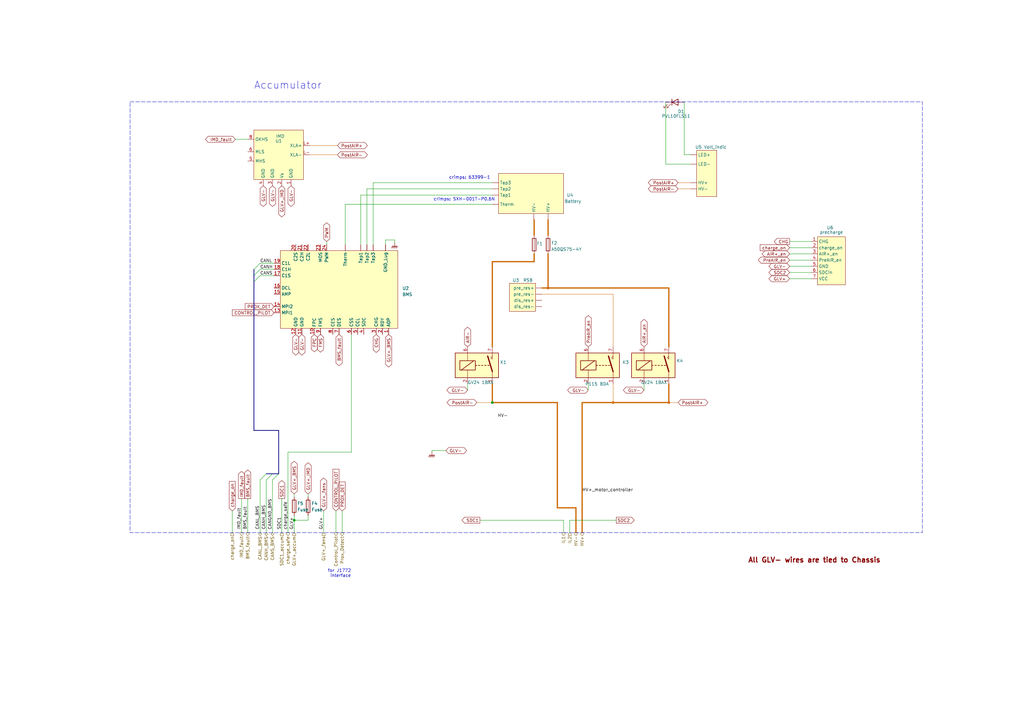
<source format=kicad_sch>
(kicad_sch (version 20231120) (generator "eeschema") (generator_version "8.0")
  (paper "A3")
  (title_block (title "SC FormulaE Electrical System"))
  (lib_symbols
    (symbol "Device:Fuse" (pin_numbers hide) (pin_names (offset 0))
      (property "Reference" "F" (at 2.032 0 90))
      (property "Value" "Fuse" (at -1.905 0 90))
      (symbol "Fuse_0_1"
        (rectangle (start -0.762 -2.54) (end 0.762 2.54) (stroke (width 0.254)))
        (polyline (pts (xy 0 2.54) (xy 0 -2.54)))
      )
      (symbol "Fuse_1_1"
        (pin passive line (at 0 3.81 270) (length 1.27) (name "~") (number "1"))
        (pin passive line (at 0 -3.81 90) (length 1.27) (name "~") (number "2"))
      )
    )
    (symbol "Device:LED" (pin_numbers hide) (pin_names (offset 1.016) hide)
      (property "Reference" "D" (at 0 2.54 0))
      (property "Value" "LED" (at 0 -2.54 0))
      (symbol "LED_0_1"
        (polyline (pts (xy -1.27 -1.27) (xy -1.27 1.27)) (stroke (width 0.254)))
        (polyline (pts (xy -1.27 0) (xy 1.27 0)))
        (polyline (pts (xy 1.27 -1.27) (xy 1.27 1.27) (xy -1.27 0) (xy 1.27 -1.27)) (stroke (width 0.254)))
        (polyline (pts (xy -3.048 -0.762) (xy -4.572 -2.286) (xy -3.81 -2.286) (xy -4.572 -2.286) (xy -4.572 -1.524)))
        (polyline (pts (xy -1.778 -0.762) (xy -3.302 -2.286) (xy -2.54 -2.286) (xy -3.302 -2.286) (xy -3.302 -1.524)))
      )
      (symbol "LED_1_1"
        (pin passive line (at -3.81 0 0) (length 2.54) (name "K") (number "1"))
        (pin passive line (at 3.81 0 180) (length 2.54) (name "A") (number "2"))
      )
    )
    (symbol "FSAE:BMS"
      (property "Reference" "U" (at 0 0 0))
      (property "Value" "BMS" (at 0 -3.81 0))
      (symbol "BMS_0_1"
        (rectangle (start -16.383 50.038) (end 15.367 1.778) (fill (type background)))
      )
      (symbol "BMS_1_1"
        (pin bidirectional line (at 17.907 6.858 180) (length 2.54) (name "GND_Lug") (number ""))
        (pin bidirectional line (at 17.907 17.018 180) (length 2.54) (name "Tap1") (number ""))
        (pin bidirectional line (at 17.907 14.478 180) (length 2.54) (name "Tap2") (number ""))
        (pin bidirectional line (at 17.907 11.938 180) (length 2.54) (name "Tap3") (number ""))
        (pin bidirectional line (at 17.907 23.368 180) (length 2.54) (name "Therm") (number ""))
        (pin power_in line (at -18.923 5.588 0) (length 2.54) (name "AOP") (number "1"))
        (pin input line (at -18.923 36.068 0) (length 2.54) (name "FPC") (number "10"))
        (pin bidirectional line (at -18.923 41.148 0) (length 2.54) (name "GND") (number "11"))
        (pin bidirectional line (at -18.923 43.688 0) (length 2.54) (name "GND") (number "12"))
        (pin input line (at -10.033 52.578 270) (length 2.54) (name "MPI1") (number "13"))
        (pin input line (at -7.493 52.578 270) (length 2.54) (name "MPI2") (number "14"))
        (pin output line (at -2.413 52.578 270) (length 2.54) (name "AMP") (number "15"))
        (pin output line (at 0.127 52.578 270) (length 2.54) (name "DCL") (number "16"))
        (pin bidirectional line (at 5.207 52.578 270) (length 2.54) (name "C1S") (number "17"))
        (pin bidirectional line (at 7.747 52.578 270) (length 2.54) (name "C1H") (number "18"))
        (pin bidirectional line (at 10.287 52.578 270) (length 2.54) (name "C1L") (number "19"))
        (pin power_in line (at -18.923 8.128 0) (length 2.54) (name "RDY") (number "2"))
        (pin bidirectional line (at 17.907 43.688 180) (length 2.54) (name "C2S") (number "20"))
        (pin bidirectional line (at 17.907 41.148 180) (length 2.54) (name "C2H") (number "21"))
        (pin bidirectional line (at 17.907 38.608 180) (length 2.54) (name "C2L") (number "22"))
        (pin output line (at 17.907 33.528 180) (length 2.54) (name "MOS") (number "23"))
        (pin output line (at 17.907 30.988 180) (length 2.54) (name "PWM") (number "24"))
        (pin power_in line (at -18.923 10.668 0) (length 2.54) (name "CHG") (number "3"))
        (pin output line (at -18.923 15.748 0) (length 2.54) (name "SOC") (number "4"))
        (pin output line (at -18.923 18.288 0) (length 2.54) (name "CCL") (number "5"))
        (pin output line (at -18.923 20.828 0) (length 2.54) (name "CSS") (number "6"))
        (pin output line (at -18.923 25.908 0) (length 2.54) (name "DES") (number "7"))
        (pin output line (at -18.923 28.448 0) (length 2.54) (name "CES") (number "8"))
        (pin input line (at -18.923 33.528 0) (length 2.54) (name "FMS") (number "9"))
      )
    )
    (symbol "FSAE:Battery"
      (property "Reference" "U4" (at -13.97 12.7 0))
      (property "Value" "Battery" (at -16.51 15.24 0))
      (symbol "Battery_0_1"
        (rectangle (start -12.7 20.32) (end 13.97 3.81) (fill (type background)))
      )
      (symbol "Battery_1_1"
        (pin bidirectional line (at -6.35 22.86 270) (length 2.54) (name "HV+") (number ""))
        (pin bidirectional line (at -0.508 22.86 270) (length 2.54) (name "HV-") (number ""))
        (pin bidirectional line (at 16.51 12.7 180) (length 2.54) (name "Tap1") (number ""))
        (pin bidirectional line (at 16.51 10.16 180) (length 2.54) (name "Tap2") (number ""))
        (pin bidirectional line (at 16.51 7.62 180) (length 2.54) (name "Tap3") (number ""))
        (pin bidirectional line (at 16.51 16.51 180) (length 2.54) (name "Therm") (number ""))
      )
    )
    (symbol "FSAE:IMD"
      (property "Reference" "U" (at 0 0 0))
      (symbol "IMD_0_1"
        (rectangle (start -8.89 22.86) (end 11.43 2.54) (fill (type background)))
      )
      (symbol "IMD_1_1"
        (pin bidirectional line (at -3.81 25.4 270) (length 2.54) (name "GND") (number "1"))
        (pin power_in line (at 0 25.4 270) (length 2.54) (name "Vs") (number "2"))
        (pin bidirectional line (at 3.81 25.4 270) (length 2.54) (name "GND") (number "3"))
        (pin bidirectional line (at 7.62 25.4 270) (length 2.54) (name "GND") (number "4"))
        (pin output line (at 13.97 15.24 180) (length 2.54) (name "MHS") (number "5"))
        (pin output line (at 13.97 11.43 180) (length 2.54) (name "MLS") (number "6"))
        (pin output line (at 13.97 6.35 180) (length 2.54) (name "OKHS") (number "8"))
        (pin input line (at -11.43 8.89 0) (length 2.54) (name "XLA+") (number "L+"))
        (pin input line (at -11.43 12.7 0) (length 2.54) (name "XLA-") (number "L-"))
      )
    )
    (symbol "Random:Precharge"
      (property "Reference" "U6" (at -12.065 -0.635 90))
      (property "Value" "precharge" (at -10.16 1.27 90))
      (symbol "Precharge_1_1"
        (rectangle (start -8.255 6.985) (end 11.43 -4.445) (fill (type background)))
        (pin output line (at -6.35 -6.985 90) (length 2.54) (name "CHG") (number "1"))
        (pin input line (at -3.81 -6.985 90) (length 2.54) (name "charge_on") (number "2"))
        (pin output line (at -1.27 -6.985 90) (length 2.54) (name "AIR+_en") (number "3"))
        (pin output line (at 1.27 -6.985 90) (length 2.54) (name "PreAIR_en") (number "4"))
        (pin power_out line (at 3.81 -6.985 90) (length 2.54) (name "GND") (number "5"))
        (pin input line (at 6.35 -6.985 90) (length 2.54) (name "SDCin") (number "6"))
        (pin power_in line (at 8.89 -6.985 90) (length 2.54) (name "VCC") (number "7"))
      )
    )
    (symbol "Random:RSB"
      (property "Reference" "U5" (at -5.715 6.985 0))
      (property "Value" "RSB" (at 0.635 6.985 0))
      (symbol "RSB_1_1"
        (rectangle (start -6.985 5.715) (end 3.81 -5.715) (fill (type background)))
        (pin input line (at 6.35 -1.27 180) (length 2.54) (name "dis_res+") (number ""))
        (pin input line (at 6.35 -3.81 180) (length 2.54) (name "dis_res-") (number ""))
        (pin input line (at 6.35 3.81 180) (length 2.54) (name "pre_res+") (number ""))
        (pin input line (at 6.35 1.27 180) (length 2.54) (name "pre_res-") (number ""))
      )
    )
    (symbol "Random:Volt_indic"
      (property "Reference" "U5" (at -11.43 -4.445 90))
      (property "Value" "Volt_indic" (at -11.43 3.81 90))
      (symbol "Volt_indic_1_1"
        (rectangle (start -10.16 4.445) (end 8.89 -3.81) (fill (type background)))
        (pin power_in line (at 3.175 -6.35 90) (length 2.54) (name "HV+") (number ""))
        (pin power_in line (at 5.715 -6.35 90) (length 2.54) (name "HV-") (number ""))
        (pin output line (at -8.255 -6.35 90) (length 2.54) (name "LED+") (number ""))
        (pin output line (at -4.445 -6.35 90) (length 2.54) (name "LED-") (number ""))
      )
    )
    (symbol "Relay:DIPxx-1Axx-11x"
      (property "Reference" "K" (at 8.89 3.81 0))
      (property "Value" "DIPxx-1Axx-11x" (at 8.89 1.27 0))
      (symbol "DIPxx-1Axx-11x_0_0"
        (polyline (pts (xy 5.08 5.08) (xy 5.08 2.54) (xy 4.445 3.175) (xy 5.08 3.81)))
      )
      (symbol "DIPxx-1Axx-11x_0_1"
        (rectangle (start -10.16 5.08) (end 7.62 -5.08) (stroke (width 0.254)) (fill (type background)))
        (rectangle (start -8.255 1.905) (end -1.905 -1.905) (stroke (width 0.254)))
        (polyline (pts (xy -7.62 -1.905) (xy -2.54 1.905)) (stroke (width 0.254)))
        (polyline (pts (xy -5.08 -5.08) (xy -5.08 -1.905)))
        (polyline (pts (xy -5.08 5.08) (xy -5.08 1.905)))
        (polyline (pts (xy -1.905 0) (xy -1.27 0)) (stroke (width 0.254)))
        (polyline (pts (xy -0.635 0) (xy 0 0)) (stroke (width 0.254)))
        (polyline (pts (xy 0.635 0) (xy 1.27 0)) (stroke (width 0.254)))
        (polyline (pts (xy 1.905 0) (xy 2.54 0)) (stroke (width 0.254)))
        (polyline (pts (xy 3.175 0) (xy 3.81 0)) (stroke (width 0.254)))
        (polyline (pts (xy 5.08 -2.54) (xy 3.175 3.81)) (stroke (width 0.508)))
        (polyline (pts (xy 5.08 -2.54) (xy 5.08 -5.08)))
      )
      (symbol "DIPxx-1Axx-11x_1_1"
        (pin passive line (at 5.08 -7.62 90) (length 2.54) (name "~") (number "1"))
        (pin passive line (at 5.08 -7.62 90) (length 2.54) hide (name "~") (number "14"))
        (pin passive line (at -5.08 -7.62 90) (length 2.54) (name "~") (number "2"))
        (pin passive line (at -5.08 7.62 270) (length 2.54) (name "~") (number "6"))
        (pin passive line (at 5.08 7.62 270) (length 2.54) (name "~") (number "7"))
        (pin passive line (at 5.08 7.62 270) (length 2.54) hide (name "~") (number "8"))
      )
    )
    (symbol "power:GNDPWR" (power) (pin_numbers hide) (pin_names (offset 0) hide)
      (property "Value" "GNDPWR" (at 0 -3.302 0))
      (symbol "GNDPWR_0_1"
        (polyline (pts (xy 0 -1.27) (xy 0 0)))
        (polyline (pts (xy -1.016 -1.27) (xy -1.27 -2.032) (xy -1.27 -2.032)) (stroke (width 0.2032)))
        (polyline (pts (xy -0.508 -1.27) (xy -0.762 -2.032) (xy -0.762 -2.032)) (stroke (width 0.2032)))
        (polyline (pts (xy 0 -1.27) (xy -0.254 -2.032) (xy -0.254 -2.032)) (stroke (width 0.2032)))
        (polyline (pts (xy 0.508 -1.27) (xy 0.254 -2.032) (xy 0.254 -2.032)) (stroke (width 0.2032)))
        (polyline (pts (xy 1.016 -1.27) (xy -1.016 -1.27) (xy -1.016 -1.27)) (stroke (width 0.2032)))
        (polyline (pts (xy 1.016 -1.27) (xy 0.762 -2.032) (xy 0.762 -2.032) (xy 0.762 -2.032)) (stroke (width 0.2032)))
      )
      (symbol "GNDPWR_1_1"
        (pin power_in line (at 0 0 270) (length 0) (name "~") (number "1"))
      )
    )
  )
  (junction (at 201.93 165.1))
  (junction (at 274.32 165.1) (color 204 102 0 1))
  (junction (at 224.79 118.11) (color 204 102 0 1))
  (junction (at 120.65 213.36))
  (junction (at 251.46 165.1) (color 204 102 0 1))
  (bus_entry (at 106.68 113.03) (size -2.54 2.54))
  (bus_entry (at 109.22 194.31) (size -2.54 2.54))
  (bus_entry (at 106.68 110.49) (size -2.54 2.54))
  (bus_entry (at 106.68 107.95) (size -2.54 2.54))
  (bus_entry (at 111.76 196.85) (size 2.54 -2.54))
  (bus_entry (at 111.76 194.31) (size -2.54 2.54))
  (wire (pts (xy 153.035 74.93) (xy 201.93 74.93)))
  (wire (pts (xy 153.035 100.33) (xy 153.035 74.93)))
  (wire (pts (xy 141.605 83.82) (xy 141.605 100.33)))
  (wire (pts (xy 219.075 107.315) (xy 219.075 104.14)) (stroke (width 0.508) (color 204 102 0 1)))
  (wire (pts (xy 120.65 213.36) (xy 120.65 218.44)))
  (wire (pts (xy 224.79 90.17) (xy 224.79 96.52)) (stroke (width 0.508) (color 204 102 0 1)))
  (wire (pts (xy 106.68 196.85) (xy 106.68 218.44)))
  (wire (pts (xy 274.32 165.1) (xy 278.13 165.1)) (stroke (width 0) (color 204 102 0 1)))
  (wire (pts (xy 109.22 196.85) (xy 109.22 218.44)))
  (wire (pts (xy 278.13 74.93) (xy 283.21 74.93)) (stroke (width 0) (color 204 102 0 1)))
  (wire (pts (xy 323.85 111.76) (xy 332.74 111.76)))
  (wire (pts (xy 96.52 57.15) (xy 101.6 57.15)))
  (wire (pts (xy 150.495 77.47) (xy 201.93 77.47)))
  (wire (pts (xy 224.79 118.11) (xy 274.32 118.11)) (stroke (width 0.508) (color 204 102 0 1)))
  (wire (pts (xy 101.6 204.47) (xy 101.6 218.44)))
  (wire (pts (xy 323.85 109.22) (xy 332.74 109.22)))
  (wire (pts (xy 161.925 99.695) (xy 161.925 98.425)))
  (wire (pts (xy 228.6 208.28) (xy 228.6 165.1)) (stroke (width 0.508) (color 204 102 0 1)))
  (bus (pts (xy 109.22 194.31) (xy 111.76 194.31)))
  (wire (pts (xy 236.22 208.28) (xy 228.6 208.28)) (stroke (width 0.508) (color 204 102 0 1)))
  (wire (pts (xy 111.76 196.85) (xy 111.76 218.44)))
  (wire (pts (xy 219.075 90.17) (xy 219.075 96.52)) (stroke (width 0.508) (color 204 102 0 1)))
  (wire (pts (xy 144.145 137.16) (xy 144.145 185.42)))
  (wire (pts (xy 224.79 104.14) (xy 224.79 118.11)) (stroke (width 0.508) (color 204 102 0 1)))
  (wire (pts (xy 323.85 101.6) (xy 332.74 101.6)))
  (wire (pts (xy 147.955 100.33) (xy 147.955 80.01)))
  (bus (pts (xy 114.3 176.53) (xy 104.14 176.53)))
  (bus (pts (xy 104.14 115.57) (xy 104.14 176.53)))
  (wire (pts (xy 323.85 114.3) (xy 332.74 114.3)))
  (wire (pts (xy 118.11 185.42) (xy 118.11 218.44)))
  (wire (pts (xy 144.145 185.42) (xy 118.11 185.42)))
  (wire (pts (xy 147.955 80.01) (xy 201.93 80.01)))
  (wire (pts (xy 233.68 213.36) (xy 252.73 213.36)))
  (wire (pts (xy 251.46 165.1) (xy 251.46 157.48)) (stroke (width 0) (color 204 102 0 1)))
  (wire (pts (xy 274.32 142.24) (xy 274.32 118.11)) (stroke (width 0.508) (color 204 102 0 1)))
  (wire (pts (xy 273.05 67.31) (xy 283.21 67.31)))
  (wire (pts (xy 120.65 211.455) (xy 120.65 213.36)))
  (wire (pts (xy 140.335 209.55) (xy 140.335 218.44)))
  (wire (pts (xy 106.68 113.03) (xy 112.395 113.03)))
  (wire (pts (xy 120.65 202.565) (xy 120.65 203.835)))
  (bus (pts (xy 104.14 113.03) (xy 104.14 115.57)))
  (wire (pts (xy 201.93 107.315) (xy 219.075 107.315)) (stroke (width 0.508) (color 204 102 0 1)))
  (wire (pts (xy 177.165 185.42) (xy 177.165 184.785)))
  (wire (pts (xy 126.365 211.455) (xy 126.365 213.36)))
  (wire (pts (xy 138.43 63.5) (xy 127 63.5)) (stroke (width 0) (color 204 102 0 1)))
  (wire (pts (xy 195.58 165.1) (xy 201.93 165.1)) (stroke (width 0) (color 204 102 0 1)))
  (wire (pts (xy 95.25 209.55) (xy 95.25 218.44)))
  (wire (pts (xy 274.32 157.48) (xy 274.32 165.1)) (stroke (width 0.508) (color 204 102 0 1)))
  (bus (pts (xy 104.14 110.49) (xy 104.14 113.03)))
  (wire (pts (xy 222.25 120.65) (xy 251.46 120.65)) (stroke (width 0) (color 204 102 0 1)))
  (wire (pts (xy 231.14 213.36) (xy 231.14 218.44)))
  (wire (pts (xy 137.795 209.55) (xy 137.795 218.44)))
  (wire (pts (xy 191.77 157.48) (xy 191.77 160.02)))
  (wire (pts (xy 222.25 118.11) (xy 224.79 118.11)) (stroke (width 0.508) (color 204 102 0 1)))
  (wire (pts (xy 280.67 63.5) (xy 283.21 63.5)))
  (wire (pts (xy 280.67 41.91) (xy 280.67 63.5)))
  (wire (pts (xy 133.985 99.06) (xy 133.985 100.33)))
  (wire (pts (xy 241.3 160.02) (xy 241.3 157.48)))
  (wire (pts (xy 196.85 213.36) (xy 231.14 213.36)))
  (bus (pts (xy 111.76 194.31) (xy 114.3 194.31)))
  (wire (pts (xy 264.16 157.48) (xy 264.16 160.02)))
  (bus (pts (xy 114.3 194.31) (xy 114.3 176.53)))
  (wire (pts (xy 274.32 165.1) (xy 251.46 165.1)) (stroke (width 0.508) (color 204 102 0 1)))
  (wire (pts (xy 158.115 98.425) (xy 158.115 100.33)))
  (wire (pts (xy 323.85 106.68) (xy 332.74 106.68)))
  (wire (pts (xy 201.93 107.315) (xy 201.93 142.24)) (stroke (width 0.508) (color 204 102 0 1)))
  (wire (pts (xy 236.22 208.28) (xy 236.22 218.44)) (stroke (width 0.508) (color 204 102 0 1)))
  (wire (pts (xy 106.68 107.95) (xy 112.395 107.95)))
  (wire (pts (xy 161.925 98.425) (xy 158.115 98.425)))
  (wire (pts (xy 126.365 213.36) (xy 120.65 213.36)))
  (wire (pts (xy 126.365 202.565) (xy 126.365 203.835)))
  (wire (pts (xy 115.57 204.47) (xy 115.57 218.44)))
  (wire (pts (xy 201.93 165.1) (xy 228.6 165.1)) (stroke (width 0.508) (color 204 102 0 1)))
  (wire (pts (xy 238.76 165.1) (xy 251.46 165.1)) (stroke (width 0.508) (color 204 102 0 1)))
  (wire (pts (xy 323.85 99.06) (xy 332.74 99.06)))
  (wire (pts (xy 132.715 209.55) (xy 132.715 218.44)))
  (wire (pts (xy 150.495 77.47) (xy 150.495 100.33)))
  (wire (pts (xy 323.85 104.14) (xy 332.74 104.14)))
  (wire (pts (xy 233.68 213.36) (xy 233.68 218.44)))
  (wire (pts (xy 201.93 157.48) (xy 201.93 165.1)) (stroke (width 0.508) (color 204 102 0 1)))
  (wire (pts (xy 99.06 204.47) (xy 99.06 218.44)))
  (wire (pts (xy 177.165 184.785) (xy 182.88 184.785)))
  (wire (pts (xy 238.76 165.1) (xy 238.76 218.44)) (stroke (width 0.508) (color 204 102 0 1)))
  (wire (pts (xy 127 59.69) (xy 138.43 59.69)) (stroke (width 0) (color 204 102 0 1)))
  (wire (pts (xy 278.13 77.47) (xy 283.21 77.47)) (stroke (width 0) (color 204 102 0 1)))
  (wire (pts (xy 273.05 67.31) (xy 273.05 41.91)))
  (wire (pts (xy 251.46 120.65) (xy 251.46 142.24)) (stroke (width 0) (color 204 102 0 1)))
  (wire (pts (xy 106.68 110.49) (xy 112.395 110.49)))
  (wire (pts (xy 141.605 83.82) (xy 201.93 83.82)))
  (rectangle (start 53.34 41.783) (end 378.333 218.44) (stroke (width 0) (type dash)))
  (text "All GLV- wires are tied to Chassis" (at 334.01 229.87 0) (effects (font (size 2.032 2.032) (thickness 0.4064) (bold yes))))
  (text "crimps: 63399-1" (at 184.15 73.66 0) (effects (font (size 1.27 1.27)) (justify left bottom)))
  (text "for J1772 \ninterface" (at 139.7 235.204 0) (effects (font (size 1.27 1.27))))
  (text "Accumulator\n" (at 104.14 36.83 0) (effects (font (size 3 3)) (justify left bottom)))
  (text "crimps: SXH-001T-P0.6N\n" (at 177.8 82.55 0) (effects (font (size 1.27 1.27)) (justify left bottom)))
  (label "BMS_fault" (at 101.6 217.17 90))
  (label "GLV+" (at 120.65 217.17 90))
  (label "HV-" (at 208.28 171.45 180))
  (label "SDC1" (at 115.57 217.17 90))
  (label "IMD_fault" (at 99.06 217.17 90))
  (label "CANH" (at 106.68 110.49 0))
  (label "CANL_BMS" (at 106.68 217.17 90))
  (label "CANH_BMS" (at 109.22 217.17 90))
  (label "HV+_motor_controller" (at 238.76 201.93 0))
  (label "charge_safe" (at 118.11 217.17 90))
  (label "CANL" (at 106.68 107.95 0))
  (label "GLV+" (at 132.715 217.17 90))
  (label "CANS" (at 106.68 113.03 0))
  (label "CANGND_BMS" (at 111.76 217.17 90))
  (global_label "IMD_fault" (shape output) (at 99.06 204.47 90) (property "Intersheetrefs" "${INTERSHEET_REFS}" (effects (hide yes))))
  (global_label "PWM" (shape bidirectional) (at 133.985 99.06 90) (property "Intersheetrefs" "${INTERSHEET_REFS}" (effects (hide yes))))
  (global_label "PostAIR-" (shape bidirectional) (at 195.58 165.1 180) (property "Intersheetrefs" "${INTERSHEET_REFS}" (effects (hide yes))))
  (global_label "CHG" (shape bidirectional) (at 154.305 137.16 270) (property "Intersheetrefs" "${INTERSHEET_REFS}" (effects (hide yes))))
  (global_label "GLV-" (shape bidirectional) (at 119.38 76.2 270) (property "Intersheetrefs" "${INTERSHEET_REFS}" (effects (hide yes))))
  (global_label "charge_on" (shape input) (at 323.85 101.6 180) (property "Intersheetrefs" "${INTERSHEET_REFS}" (effects (hide yes))))
  (global_label "CONTROL_PILOT" (shape input) (at 112.395 128.27 180) (property "Intersheetrefs" "${INTERSHEET_REFS}" (effects (hide yes))))
  (global_label "SDC2" (shape output) (at 252.73 213.36 0) (property "Intersheetrefs" "${INTERSHEET_REFS}" (effects (hide yes))))
  (global_label "SDC1" (shape output) (at 196.85 213.36 180) (property "Intersheetrefs" "${INTERSHEET_REFS}" (effects (hide yes))))
  (global_label "GLV-" (shape bidirectional) (at 191.77 160.02 180) (property "Intersheetrefs" "${INTERSHEET_REFS}" (effects (hide yes))))
  (global_label "SDC2" (shape bidirectional) (at 323.85 111.76 180) (property "Intersheetrefs" "${INTERSHEET_REFS}" (effects (hide yes))))
  (global_label "PROX_DET" (shape input) (at 140.335 209.55 90) (property "Intersheetrefs" "${INTERSHEET_REFS}" (effects (hide yes))))
  (global_label "PostAIR-" (shape bidirectional) (at 138.43 63.5 0) (property "Intersheetrefs" "${INTERSHEET_REFS}" (effects (hide yes))))
  (global_label "FMS" (shape bidirectional) (at 131.445 137.16 270) (property "Intersheetrefs" "${INTERSHEET_REFS}" (effects (hide yes))))
  (global_label "GLV-" (shape bidirectional) (at 323.85 109.22 180) (property "Intersheetrefs" "${INTERSHEET_REFS}" (effects (hide yes))))
  (global_label "AIR+_en" (shape bidirectional) (at 323.85 104.14 180) (property "Intersheetrefs" "${INTERSHEET_REFS}" (effects (hide yes))))
  (global_label "GLV-" (shape bidirectional) (at 123.825 137.16 270) (property "Intersheetrefs" "${INTERSHEET_REFS}" (effects (hide yes))))
  (global_label "PostAIR+" (shape bidirectional) (at 278.13 165.1 0) (property "Intersheetrefs" "${INTERSHEET_REFS}" (effects (hide yes))))
  (global_label "PROX_DET" (shape input) (at 112.395 125.73 180) (property "Intersheetrefs" "${INTERSHEET_REFS}" (effects (hide yes))))
  (global_label "AIR-" (shape bidirectional) (at 191.77 142.24 90) (property "Intersheetrefs" "${INTERSHEET_REFS}" (effects (hide yes))))
  (global_label "CHG" (shape output) (at 323.85 99.06 180) (property "Intersheetrefs" "${INTERSHEET_REFS}" (effects (hide yes))))
  (global_label "charge_on" (shape input) (at 95.25 209.55 90) (property "Intersheetrefs" "${INTERSHEET_REFS}" (effects (hide yes))))
  (global_label "GLV-" (shape bidirectional) (at 107.95 76.2 270) (property "Intersheetrefs" "${INTERSHEET_REFS}" (effects (hide yes))))
  (global_label "SDC1" (shape output) (at 115.57 204.47 90) (property "Intersheetrefs" "${INTERSHEET_REFS}" (effects (hide yes))))
  (global_label "FPC" (shape bidirectional) (at 128.905 137.16 270) (property "Intersheetrefs" "${INTERSHEET_REFS}" (effects (hide yes))))
  (global_label "GLV-" (shape bidirectional) (at 182.88 184.785 0) (property "Intersheetrefs" "${INTERSHEET_REFS}" (effects (hide yes))))
  (global_label "AIR+_en" (shape bidirectional) (at 264.16 142.24 90) (property "Intersheetrefs" "${INTERSHEET_REFS}" (effects (hide yes))))
  (global_label "GLV-" (shape bidirectional) (at 264.16 160.02 180) (property "Intersheetrefs" "${INTERSHEET_REFS}" (effects (hide yes))))
  (global_label "GLV-" (shape bidirectional) (at 111.76 76.2 270) (property "Intersheetrefs" "${INTERSHEET_REFS}" (effects (hide yes))))
  (global_label "PostAIR-" (shape bidirectional) (at 278.13 77.47 180) (property "Intersheetrefs" "${INTERSHEET_REFS}" (effects (hide yes))))
  (global_label "GLV+_BMS" (shape bidirectional) (at 120.65 202.565 90) (property "Intersheetrefs" "${INTERSHEET_REFS}" (effects (hide yes))))
  (global_label "CONTROL_PILOT" (shape input) (at 137.795 209.55 90) (property "Intersheetrefs" "${INTERSHEET_REFS}" (effects (hide yes))))
  (global_label "GLV+" (shape bidirectional) (at 323.85 114.3 180) (property "Intersheetrefs" "${INTERSHEET_REFS}" (effects (hide yes))))
  (global_label "PostAIR+" (shape bidirectional) (at 278.13 74.93 180) (property "Intersheetrefs" "${INTERSHEET_REFS}" (effects (hide yes))))
  (global_label "BMS_fault" (shape bidirectional) (at 139.065 137.16 270) (property "Intersheetrefs" "${INTERSHEET_REFS}" (effects (hide yes))))
  (global_label "IMD_fault" (shape bidirectional) (at 96.52 57.15 180) (property "Intersheetrefs" "${INTERSHEET_REFS}" (effects (hide yes))))
  (global_label "GLV-" (shape bidirectional) (at 121.285 137.16 270) (property "Intersheetrefs" "${INTERSHEET_REFS}" (effects (hide yes))))
  (global_label "GLV+_BMS" (shape bidirectional) (at 159.385 137.16 270) (property "Intersheetrefs" "${INTERSHEET_REFS}" (effects (hide yes))))
  (global_label "PreAIR_en" (shape bidirectional) (at 241.3 142.24 90) (property "Intersheetrefs" "${INTERSHEET_REFS}" (effects (hide yes))))
  (global_label "GLV-" (shape bidirectional) (at 241.3 160.02 180) (property "Intersheetrefs" "${INTERSHEET_REFS}" (effects (hide yes))))
  (global_label "GLV+_IMD" (shape bidirectional) (at 115.57 76.2 270) (property "Intersheetrefs" "${INTERSHEET_REFS}" (effects (hide yes))))
  (global_label "PostAIR+" (shape bidirectional) (at 138.43 59.69 0) (property "Intersheetrefs" "${INTERSHEET_REFS}" (effects (hide yes))))
  (global_label "BMS_fault" (shape output) (at 101.6 204.47 90) (property "Intersheetrefs" "${INTERSHEET_REFS}" (effects (hide yes))))
  (global_label "GLV+_IMD" (shape bidirectional) (at 126.365 202.565 90) (property "Intersheetrefs" "${INTERSHEET_REFS}" (effects (hide yes))))
  (global_label "PreAIR_en" (shape bidirectional) (at 323.85 106.68 180) (property "Intersheetrefs" "${INTERSHEET_REFS}" (effects (hide yes))))
  (global_label "GLV+_fans" (shape bidirectional) (at 132.715 209.55 90) (property "Intersheetrefs" "${INTERSHEET_REFS}" (effects (hide yes))))
  (hierarchical_label "charge_on" (shape input) (at 95.25 218.44 270))
  (hierarchical_label "Control_Pilot" (shape output) (at 137.795 218.44 270))
  (hierarchical_label "CANS_BMS" (shape bidirectional) (at 111.76 218.44 270))
  (hierarchical_label "IMD_fault" (shape output) (at 99.06 218.44 270))
  (hierarchical_label "CANH_BMS" (shape bidirectional) (at 109.22 218.44 270))
  (hierarchical_label "Prox_Detect" (shape output) (at 140.335 218.44 270))
  (hierarchical_label "SDC1_accum" (shape input) (at 115.57 218.44 270))
  (hierarchical_label "HV-" (shape output) (at 236.22 218.44 270))
  (hierarchical_label "IL1" (shape output) (at 231.14 218.44 270))
  (hierarchical_label "BMS_fault" (shape output) (at 101.6 218.44 270))
  (hierarchical_label "charge_safe" (shape output) (at 118.11 218.44 270))
  (hierarchical_label "CANL_BMS" (shape bidirectional) (at 106.68 218.44 270))
  (hierarchical_label "HV+" (shape output) (at 238.76 218.44 270))
  (hierarchical_label "IL2" (shape input) (at 233.68 218.44 270))
  (hierarchical_label "GLV+_accum" (shape input) (at 120.65 218.44 270))
  (hierarchical_label "GLV+_fans" (shape input) (at 132.715 218.44 270))
  (symbol (lib_id "Relay:DIPxx-1Axx-11x") (at 196.85 149.86 0) (unit 1)
    (property "Reference" "K1" (at 205.105 148.59 0) (effects (justify left)))
    (property "Value" "GV24 1BAX" (at 191.77 156.845 0) (effects (justify left)))
    (property "Footprint" "Relay_THT:Relay_StandexMeder_DIP_LowProfile" (effects (hide yes)))
    (property "Datasheet" "https://www.sensata.com/sites/default/files/a/sensata-gigavac-gv24-sereies-800v-contactors-datasheet.pdf" (effects (hide yes)))
  )
  (symbol (lib_id "Random:RSB") (at 215.9 121.92 0) (unit 1)
    (property "Reference" "U3" (at 210.185 114.935 0) (effects (justify left)))
    (property "Value" "RSB" (at 216.535 114.935 0))
  )
  (symbol (lib_id "power:GNDPWR") (at 177.165 185.42 0) (unit 1)
    (property "Reference" "#PWR07" (effects (hide yes)))
    (property "Value" "GNDPWR" (effects (hide yes)))
    (property "Description" "Power symbol creates a global label with name \"GNDPWR\" , global ground" (effects (hide yes)))
  )
  (symbol (lib_id "Device:Fuse") (at 120.65 207.645 0) (unit 1)
    (property "Reference" "F5" (at 121.92 206.502 0) (effects (justify left)))
    (property "Value" "Fuse" (at 121.92 209.042 0) (effects (justify left)))
    (property "Description" "Fuse" (effects (hide yes)))
  )
  (symbol (lib_id "Device:Fuse") (at 224.79 100.33 0) (unit 1)
    (property "Reference" "F2" (at 226.06 99.695 0) (effects (justify left)))
    (property "Value" "A50QS75-4Y" (at 226.06 102.235 0) (effects (justify left)))
  )
  (symbol (lib_id "Relay:DIPxx-1Axx-11x") (at 246.38 149.86 0) (unit 1)
    (property "Reference" "K3" (at 255.27 148.5899 0) (effects (justify left)))
    (property "Value" "P115 BDA" (at 240.03 157.48 0) (effects (justify left)))
    (property "Footprint" "Relay_THT:Relay_StandexMeder_DIP_LowProfile" (effects (hide yes)))
    (property "Datasheet" "https://www.sensata.com/sites/default/files/a/sensata-gigavac-gv24-sereies-800v-contactors-datasheet.pdf" (effects (hide yes)))
  )
  (symbol (lib_id "Device:LED") (at 276.86 41.91 0) (unit 1)
    (property "Reference" "D1" (at 280.67 45.72 0) (effects (justify right)))
    (property "Value" "PVL10FLS11" (at 283.21 47.625 0) (effects (justify right)))
    (property "Footprint" "LED_THT:LED_D3.0mm" (effects (hide yes)))
  )
  (symbol (lib_id "FSAE:BMS") (at 164.973 118.237 90) (unit 1)
    (property "Reference" "U2" (at 164.973 118.237 90) (effects (justify right)))
    (property "Value" "BMS" (at 164.973 120.777 90) (effects (justify right)))
  )
  (symbol (lib_id "Device:Fuse") (at 219.075 100.33 0) (unit 1)
    (property "Reference" "F1" (at 220.091 99.949 0) (effects (justify left)))
    (property "Value" "A50QS75-4Y" (effects (hide yes)))
  )
  (symbol (lib_id "Random:Precharge") (at 339.725 105.41 270) (unit 1)
    (property "Reference" "U6" (at 339.09 93.345 90) (effects (justify left)))
    (property "Value" "precharge" (at 340.995 95.25 90))
  )
  (symbol (lib_id "Relay:DIPxx-1Axx-11x") (at 269.24 149.86 0) (unit 1)
    (property "Reference" "K4" (at 277.495 147.955 0) (effects (justify left)))
    (property "Value" "GV24 1BAX" (at 262.89 156.845 0) (effects (justify left)))
    (property "Footprint" "Relay_THT:Relay_StandexMeder_DIP_LowProfile" (effects (hide yes)))
    (property "Datasheet" "https://www.sensata.com/sites/default/files/a/sensata-gigavac-gv24-sereies-800v-contactors-datasheet.pdf" (effects (hide yes)))
  )
  (symbol (lib_id "Random:Volt_indic") (at 289.56 71.755 270) (unit 1)
    (property "Reference" "U5" (at 285.115 60.325 90) (effects (justify left)))
    (property "Value" "Volt_indic" (at 293.37 60.325 90))
  )
  (symbol (lib_id "power:GNDPWR") (at 161.925 99.695 0) (unit 1)
    (property "Reference" "#PWR018" (effects (hide yes)))
    (property "Value" "GNDPWR" (effects (hide yes)))
    (property "Description" "Power symbol creates a global label with name \"GNDPWR\" , global ground" (effects (hide yes)))
  )
  (symbol (lib_id "FSAE:Battery") (at 218.44 67.31 180) (unit 1)
    (property "Reference" "U4" (at 232.41 80.01 0) (effects (justify right)))
    (property "Value" "Battery" (at 234.95 82.55 0))
  )
  (symbol (lib_id "FSAE:IMD") (at 115.57 50.8 180) (unit 1)
    (property "Reference" "U1" (at 114.3 57.785 0))
    (property "Value" "IMD" (at 114.935 55.88 0))
  )
  (symbol (lib_id "Device:Fuse") (at 126.365 207.645 0) (unit 1)
    (property "Reference" "F4" (at 127.762 206.502 0) (effects (justify left)))
    (property "Value" "Fuse" (at 127.762 209.042 0) (effects (justify left)))
    (property "Description" "Fuse" (effects (hide yes)))
  )
)
</source>
